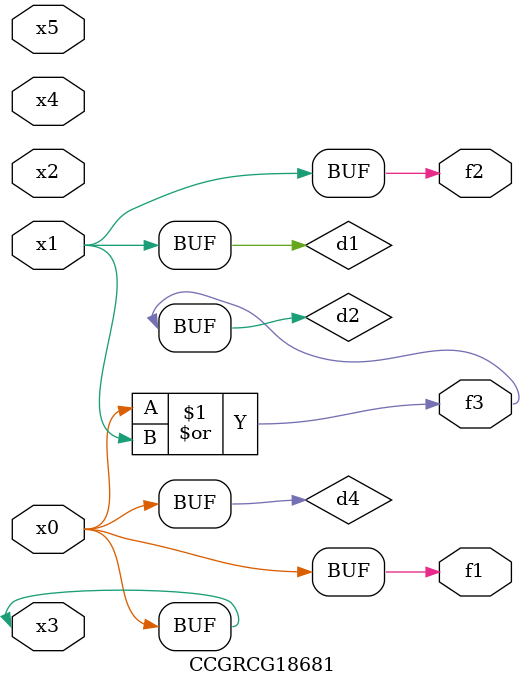
<source format=v>
module CCGRCG18681(
	input x0, x1, x2, x3, x4, x5,
	output f1, f2, f3
);

	wire d1, d2, d3, d4;

	and (d1, x1);
	or (d2, x0, x1);
	nand (d3, x0, x5);
	buf (d4, x0, x3);
	assign f1 = d4;
	assign f2 = d1;
	assign f3 = d2;
endmodule

</source>
